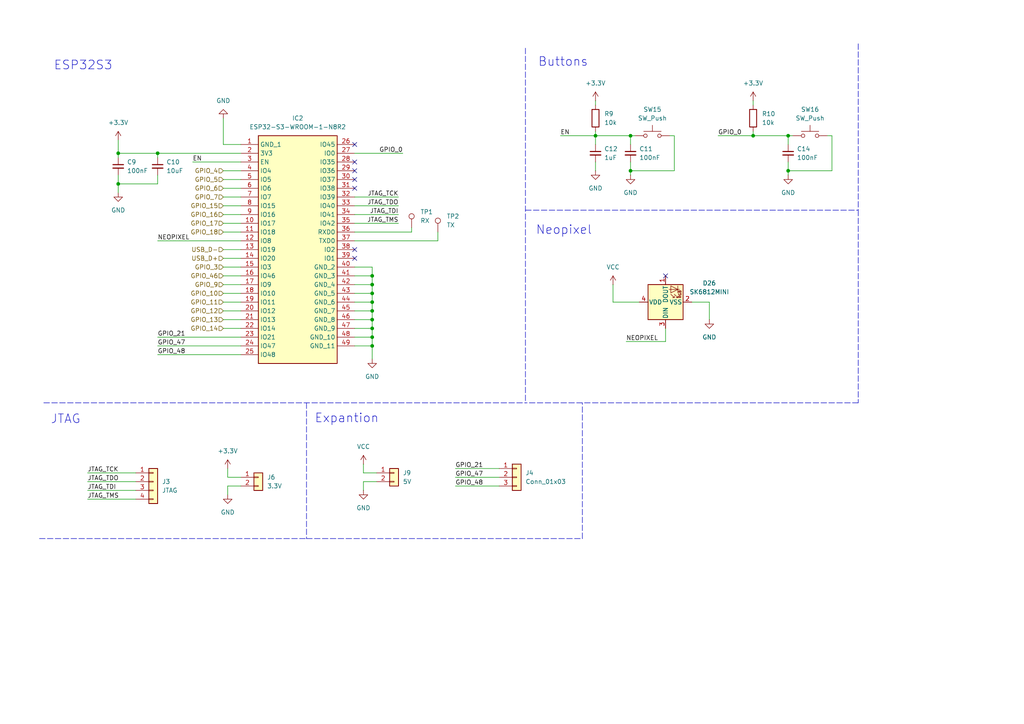
<source format=kicad_sch>
(kicad_sch (version 20231120) (generator "eeschema") (generator_version "8.0")
  (paper "A4")
  (lib_symbols
    (symbol "Connector:TestPoint" (pin_numbers hide) (pin_names (offset 0.762) hide)
      (property "Reference" "TP" (at 0 6.858 0))
      (property "Value" "TestPoint" (at 0 5.08 0))
      (symbol "TestPoint_0_1"
        (circle (center 0 3.302) (radius 0.762))
      )
      (symbol "TestPoint_1_1"
        (pin passive line (at 0 0 90) (length 2.54) (name "1") (number "1"))
      )
    )
    (symbol "Connector_Generic:Conn_01x02" (pin_names (offset 1.016) hide)
      (property "Reference" "J" (at 0 2.54 0))
      (property "Value" "Conn_01x02" (at 0 -5.08 0))
      (symbol "Conn_01x02_1_1"
        (rectangle (start -1.27 -2.413) (end 0 -2.667) (stroke (width 0.1524)))
        (rectangle (start -1.27 0.127) (end 0 -0.127) (stroke (width 0.1524)))
        (rectangle (start -1.27 1.27) (end 1.27 -3.81) (stroke (width 0.254)) (fill (type background)))
        (pin passive line (at -5.08 0 0) (length 3.81) (name "Pin_1") (number "1"))
        (pin passive line (at -5.08 -2.54 0) (length 3.81) (name "Pin_2") (number "2"))
      )
    )
    (symbol "Connector_Generic:Conn_01x03" (pin_names (offset 1.016) hide)
      (property "Reference" "J" (at 0 5.08 0))
      (property "Value" "Conn_01x03" (at 0 -5.08 0))
      (symbol "Conn_01x03_1_1"
        (rectangle (start -1.27 -2.413) (end 0 -2.667) (stroke (width 0.1524)))
        (rectangle (start -1.27 0.127) (end 0 -0.127) (stroke (width 0.1524)))
        (rectangle (start -1.27 2.667) (end 0 2.413) (stroke (width 0.1524)))
        (rectangle (start -1.27 3.81) (end 1.27 -3.81) (stroke (width 0.254)) (fill (type background)))
        (pin passive line (at -5.08 2.54 0) (length 3.81) (name "Pin_1") (number "1"))
        (pin passive line (at -5.08 0 0) (length 3.81) (name "Pin_2") (number "2"))
        (pin passive line (at -5.08 -2.54 0) (length 3.81) (name "Pin_3") (number "3"))
      )
    )
    (symbol "Connector_Generic:Conn_01x04" (pin_names (offset 1.016) hide)
      (property "Reference" "J" (at 0 5.08 0))
      (property "Value" "Conn_01x04" (at 0 -7.62 0))
      (symbol "Conn_01x04_1_1"
        (rectangle (start -1.27 -4.953) (end 0 -5.207) (stroke (width 0.1524)))
        (rectangle (start -1.27 -2.413) (end 0 -2.667) (stroke (width 0.1524)))
        (rectangle (start -1.27 0.127) (end 0 -0.127) (stroke (width 0.1524)))
        (rectangle (start -1.27 2.667) (end 0 2.413) (stroke (width 0.1524)))
        (rectangle (start -1.27 3.81) (end 1.27 -6.35) (stroke (width 0.254)) (fill (type background)))
        (pin passive line (at -5.08 2.54 0) (length 3.81) (name "Pin_1") (number "1"))
        (pin passive line (at -5.08 0 0) (length 3.81) (name "Pin_2") (number "2"))
        (pin passive line (at -5.08 -2.54 0) (length 3.81) (name "Pin_3") (number "3"))
        (pin passive line (at -5.08 -5.08 0) (length 3.81) (name "Pin_4") (number "4"))
      )
    )
    (symbol "Device:C_Small" (pin_numbers hide) (pin_names (offset 0.254) hide)
      (property "Reference" "C" (at 0.254 1.778 0))
      (property "Value" "C_Small" (at 0.254 -2.032 0))
      (symbol "C_Small_0_1"
        (polyline (pts (xy -1.524 -0.508) (xy 1.524 -0.508)) (stroke (width 0.3302)))
        (polyline (pts (xy -1.524 0.508) (xy 1.524 0.508)) (stroke (width 0.3048)))
      )
      (symbol "C_Small_1_1"
        (pin passive line (at 0 2.54 270) (length 2.032) (name "~") (number "1"))
        (pin passive line (at 0 -2.54 90) (length 2.032) (name "~") (number "2"))
      )
    )
    (symbol "Device:R" (pin_numbers hide) (pin_names (offset 0))
      (property "Reference" "R" (at 2.032 0 90))
      (property "Value" "R" (at 0 0 90))
      (symbol "R_0_1"
        (rectangle (start -1.016 -2.54) (end 1.016 2.54) (stroke (width 0.254)))
      )
      (symbol "R_1_1"
        (pin passive line (at 0 3.81 270) (length 1.27) (name "~") (number "1"))
        (pin passive line (at 0 -3.81 90) (length 1.27) (name "~") (number "2"))
      )
    )
    (symbol "ESP32-S3-WROOM-1-N8R2:ESP32-S3-WROOM-1-N8R2"
      (property "Reference" "IC" (at 29.21 7.62 0))
      (property "Value" "ESP32-S3-WROOM-1-N8R2" (at 29.21 5.08 0))
      (symbol "ESP32-S3-WROOM-1-N8R2_1_1"
        (rectangle (start 5.08 2.54) (end 27.94 -63.5) (stroke (width 0.254)) (fill (type background)))
        (pin passive line (at 0 0 0) (length 5.08) (name "GND_1") (number "1"))
        (pin passive line (at 0 -22.86 0) (length 5.08) (name "IO17") (number "10"))
        (pin passive line (at 0 -25.4 0) (length 5.08) (name "IO18") (number "11"))
        (pin passive line (at 0 -27.94 0) (length 5.08) (name "IO8") (number "12"))
        (pin passive line (at 0 -30.48 0) (length 5.08) (name "IO19") (number "13"))
        (pin passive line (at 0 -33.02 0) (length 5.08) (name "IO20") (number "14"))
        (pin passive line (at 0 -35.56 0) (length 5.08) (name "IO3") (number "15"))
        (pin passive line (at 0 -38.1 0) (length 5.08) (name "IO46") (number "16"))
        (pin passive line (at 0 -40.64 0) (length 5.08) (name "IO9") (number "17"))
        (pin passive line (at 0 -43.18 0) (length 5.08) (name "IO10") (number "18"))
        (pin passive line (at 0 -45.72 0) (length 5.08) (name "IO11") (number "19"))
        (pin passive line (at 0 -2.54 0) (length 5.08) (name "3V3") (number "2"))
        (pin passive line (at 0 -48.26 0) (length 5.08) (name "IO12") (number "20"))
        (pin passive line (at 0 -50.8 0) (length 5.08) (name "IO13") (number "21"))
        (pin passive line (at 0 -53.34 0) (length 5.08) (name "IO14") (number "22"))
        (pin passive line (at 0 -55.88 0) (length 5.08) (name "IO21") (number "23"))
        (pin passive line (at 0 -58.42 0) (length 5.08) (name "IO47") (number "24"))
        (pin passive line (at 0 -60.96 0) (length 5.08) (name "IO48") (number "25"))
        (pin passive line (at 33.02 0 180) (length 5.08) (name "IO45") (number "26"))
        (pin passive line (at 33.02 -2.54 180) (length 5.08) (name "IO0") (number "27"))
        (pin passive line (at 33.02 -5.08 180) (length 5.08) (name "IO35") (number "28"))
        (pin passive line (at 33.02 -7.62 180) (length 5.08) (name "IO36") (number "29"))
        (pin passive line (at 0 -5.08 0) (length 5.08) (name "EN") (number "3"))
        (pin passive line (at 33.02 -10.16 180) (length 5.08) (name "IO37") (number "30"))
        (pin passive line (at 33.02 -12.7 180) (length 5.08) (name "IO38") (number "31"))
        (pin passive line (at 33.02 -15.24 180) (length 5.08) (name "IO39") (number "32"))
        (pin passive line (at 33.02 -17.78 180) (length 5.08) (name "IO40") (number "33"))
        (pin passive line (at 33.02 -20.32 180) (length 5.08) (name "IO41") (number "34"))
        (pin passive line (at 33.02 -22.86 180) (length 5.08) (name "IO42") (number "35"))
        (pin passive line (at 33.02 -25.4 180) (length 5.08) (name "RXD0") (number "36"))
        (pin passive line (at 33.02 -27.94 180) (length 5.08) (name "TXD0") (number "37"))
        (pin passive line (at 33.02 -30.48 180) (length 5.08) (name "IO2") (number "38"))
        (pin passive line (at 33.02 -33.02 180) (length 5.08) (name "IO1") (number "39"))
        (pin passive line (at 0 -7.62 0) (length 5.08) (name "IO4") (number "4"))
        (pin passive line (at 33.02 -35.56 180) (length 5.08) (name "GND_2") (number "40"))
        (pin passive line (at 33.02 -38.1 180) (length 5.08) (name "GND_3") (number "41"))
        (pin passive line (at 33.02 -40.64 180) (length 5.08) (name "GND_4") (number "42"))
        (pin passive line (at 33.02 -43.18 180) (length 5.08) (name "GND_5") (number "43"))
        (pin passive line (at 33.02 -45.72 180) (length 5.08) (name "GND_6") (number "44"))
        (pin passive line (at 33.02 -48.26 180) (length 5.08) (name "GND_7") (number "45"))
        (pin passive line (at 33.02 -50.8 180) (length 5.08) (name "GND_8") (number "46"))
        (pin passive line (at 33.02 -53.34 180) (length 5.08) (name "GND_9") (number "47"))
        (pin passive line (at 33.02 -55.88 180) (length 5.08) (name "GND_10") (number "48"))
        (pin passive line (at 33.02 -58.42 180) (length 5.08) (name "GND_11") (number "49"))
        (pin passive line (at 0 -10.16 0) (length 5.08) (name "IO5") (number "5"))
        (pin passive line (at 0 -12.7 0) (length 5.08) (name "IO6") (number "6"))
        (pin passive line (at 0 -15.24 0) (length 5.08) (name "IO7") (number "7"))
        (pin passive line (at 0 -17.78 0) (length 5.08) (name "IO15") (number "8"))
        (pin passive line (at 0 -20.32 0) (length 5.08) (name "IO16") (number "9"))
      )
    )
    (symbol "LED:SK6812MINI" (pin_names (offset 0.254))
      (property "Reference" "D" (at 5.08 5.715 0))
      (property "Value" "SK6812MINI" (at 1.27 -5.715 0))
      (symbol "SK6812MINI_0_0"
        (text "RGB" (at 2.286 -4.191 0) (effects (font (size 0.762 0.762))))
      )
      (symbol "SK6812MINI_0_1"
        (polyline (pts (xy 1.27 -3.556) (xy 1.778 -3.556)))
        (polyline (pts (xy 1.27 -2.54) (xy 1.778 -2.54)))
        (polyline (pts (xy 4.699 -3.556) (xy 2.667 -3.556)))
        (polyline (pts (xy 2.286 -2.54) (xy 1.27 -3.556) (xy 1.27 -3.048)))
        (polyline (pts (xy 2.286 -1.524) (xy 1.27 -2.54) (xy 1.27 -2.032)))
        (polyline (pts (xy 3.683 -1.016) (xy 3.683 -3.556) (xy 3.683 -4.064)))
        (polyline (pts (xy 4.699 -1.524) (xy 2.667 -1.524) (xy 3.683 -3.556) (xy 4.699 -1.524)))
        (rectangle (start 5.08 5.08) (end -5.08 -5.08) (stroke (width 0.254)) (fill (type background)))
      )
      (symbol "SK6812MINI_1_1"
        (pin output line (at 7.62 0 180) (length 2.54) (name "DOUT") (number "1"))
        (pin power_in line (at 0 -7.62 90) (length 2.54) (name "VSS") (number "2"))
        (pin input line (at -7.62 0 0) (length 2.54) (name "DIN") (number "3"))
        (pin power_in line (at 0 7.62 270) (length 2.54) (name "VDD") (number "4"))
      )
    )
    (symbol "Switch:SW_Push" (pin_numbers hide) (pin_names (offset 1.016) hide)
      (property "Reference" "SW" (at 1.27 2.54 0))
      (property "Value" "SW_Push" (at 0 -1.524 0))
      (symbol "SW_Push_0_1"
        (circle (center -2.032 0) (radius 0.508))
        (polyline (pts (xy 0 1.27) (xy 0 3.048)))
        (polyline (pts (xy 2.54 1.27) (xy -2.54 1.27)))
        (circle (center 2.032 0) (radius 0.508))
        (pin passive line (at -5.08 0 0) (length 2.54) (name "1") (number "1"))
        (pin passive line (at 5.08 0 180) (length 2.54) (name "2") (number "2"))
      )
    )
    (symbol "power:+3.3V" (power) (pin_numbers hide) (pin_names (offset 0) hide)
      (property "Value" "+3.3V" (at 0 3.556 0))
      (symbol "+3.3V_0_1"
        (polyline (pts (xy -0.762 1.27) (xy 0 2.54)))
        (polyline (pts (xy 0 0) (xy 0 2.54)))
        (polyline (pts (xy 0 2.54) (xy 0.762 1.27)))
      )
      (symbol "+3.3V_1_1"
        (pin power_in line (at 0 0 90) (length 0) (name "~") (number "1"))
      )
    )
    (symbol "power:GND" (power) (pin_numbers hide) (pin_names (offset 0) hide)
      (property "Value" "GND" (at 0 -3.81 0))
      (symbol "GND_0_1"
        (polyline (pts (xy 0 0) (xy 0 -1.27) (xy 1.27 -1.27) (xy 0 -2.54) (xy -1.27 -1.27) (xy 0 -1.27)))
      )
      (symbol "GND_1_1"
        (pin power_in line (at 0 0 270) (length 0) (name "~") (number "1"))
      )
    )
    (symbol "power:VCC" (power) (pin_numbers hide) (pin_names (offset 0) hide)
      (property "Value" "VCC" (at 0 3.556 0))
      (symbol "VCC_0_1"
        (polyline (pts (xy -0.762 1.27) (xy 0 2.54)))
        (polyline (pts (xy 0 0) (xy 0 2.54)))
        (polyline (pts (xy 0 2.54) (xy 0.762 1.27)))
      )
      (symbol "VCC_1_1"
        (pin power_in line (at 0 0 90) (length 0) (name "~") (number "1"))
      )
    )
  )
  (junction (at 182.88 49.53))
  (junction (at 182.88 39.37))
  (junction (at 34.29 44.45))
  (junction (at 107.95 90.17))
  (junction (at 107.95 87.63))
  (junction (at 107.95 80.01))
  (junction (at 107.95 85.09))
  (junction (at 45.72 44.45))
  (junction (at 107.95 82.55))
  (junction (at 228.6 39.37))
  (junction (at 107.95 97.79))
  (junction (at 107.95 92.71))
  (junction (at 218.44 39.37))
  (junction (at 34.29 53.34))
  (junction (at 172.72 39.37))
  (junction (at 107.95 100.33))
  (junction (at 228.6 49.53))
  (junction (at 107.95 95.25))
  (no_connect (at 102.87 49.53))
  (no_connect (at 102.87 46.99))
  (no_connect (at 193.04 80.01))
  (no_connect (at 102.87 41.91))
  (no_connect (at 102.87 52.07))
  (no_connect (at 102.87 54.61))
  (no_connect (at 102.87 74.93))
  (no_connect (at 102.87 72.39))
  (wire (pts (xy 107.95 90.17) (xy 107.95 92.71)))
  (wire (pts (xy 228.6 49.53) (xy 228.6 50.8)))
  (wire (pts (xy 107.95 82.55) (xy 107.95 85.09)))
  (wire (pts (xy 102.87 97.79) (xy 107.95 97.79)))
  (wire (pts (xy 107.95 92.71) (xy 107.95 95.25)))
  (wire (pts (xy 45.72 50.8) (xy 45.72 53.34)))
  (wire (pts (xy 34.29 44.45) (xy 45.72 44.45)))
  (wire (pts (xy 64.77 49.53) (xy 69.85 49.53)))
  (wire (pts (xy 25.4 137.16) (xy 39.37 137.16)))
  (wire (pts (xy 172.72 39.37) (xy 182.88 39.37)))
  (polyline (pts (xy 152.4 13.97) (xy 152.4 116.84)) (stroke (width 0) (type dash)))
  (wire (pts (xy 107.95 95.25) (xy 107.95 97.79)))
  (wire (pts (xy 172.72 38.1) (xy 172.72 39.37)))
  (wire (pts (xy 102.87 82.55) (xy 107.95 82.55)))
  (polyline (pts (xy 88.9 156.21) (xy 168.91 156.21)) (stroke (width 0) (type dash)))
  (wire (pts (xy 182.88 46.99) (xy 182.88 49.53)))
  (wire (pts (xy 105.41 137.16) (xy 109.22 137.16)))
  (wire (pts (xy 107.95 77.47) (xy 107.95 80.01)))
  (polyline (pts (xy 12.7 116.84) (xy 152.4 116.84)) (stroke (width 0) (type dash)))
  (wire (pts (xy 102.87 80.01) (xy 107.95 80.01)))
  (wire (pts (xy 34.29 40.64) (xy 34.29 44.45)))
  (polyline (pts (xy 152.4 60.96) (xy 248.92 60.96)) (stroke (width 0) (type dash)))
  (wire (pts (xy 45.72 53.34) (xy 34.29 53.34)))
  (wire (pts (xy 208.28 39.37) (xy 218.44 39.37)))
  (wire (pts (xy 177.8 87.63) (xy 185.42 87.63)))
  (wire (pts (xy 102.87 95.25) (xy 107.95 95.25)))
  (wire (pts (xy 45.72 69.85) (xy 69.85 69.85)))
  (wire (pts (xy 102.87 59.69) (xy 115.57 59.69)))
  (wire (pts (xy 66.04 138.43) (xy 69.85 138.43)))
  (wire (pts (xy 64.77 92.71) (xy 69.85 92.71)))
  (wire (pts (xy 195.58 39.37) (xy 195.58 49.53)))
  (wire (pts (xy 182.88 49.53) (xy 182.88 50.8)))
  (wire (pts (xy 105.41 139.7) (xy 105.41 142.24)))
  (wire (pts (xy 228.6 39.37) (xy 228.6 41.91)))
  (wire (pts (xy 218.44 39.37) (xy 228.6 39.37)))
  (wire (pts (xy 25.4 144.78) (xy 39.37 144.78)))
  (wire (pts (xy 102.87 85.09) (xy 107.95 85.09)))
  (wire (pts (xy 55.88 46.99) (xy 69.85 46.99)))
  (wire (pts (xy 107.95 97.79) (xy 107.95 100.33)))
  (wire (pts (xy 66.04 140.97) (xy 66.04 143.51)))
  (polyline (pts (xy 248.92 60.96) (xy 248.92 116.84)) (stroke (width 0) (type dash)))
  (wire (pts (xy 45.72 44.45) (xy 69.85 44.45)))
  (wire (pts (xy 34.29 50.8) (xy 34.29 53.34)))
  (wire (pts (xy 218.44 38.1) (xy 218.44 39.37)))
  (wire (pts (xy 177.8 82.55) (xy 177.8 87.63)))
  (wire (pts (xy 45.72 45.72) (xy 45.72 44.45)))
  (wire (pts (xy 64.77 57.15) (xy 69.85 57.15)))
  (wire (pts (xy 107.95 80.01) (xy 107.95 82.55)))
  (wire (pts (xy 218.44 29.21) (xy 218.44 30.48)))
  (wire (pts (xy 105.41 134.62) (xy 105.41 137.16)))
  (wire (pts (xy 45.72 97.79) (xy 69.85 97.79)))
  (wire (pts (xy 34.29 45.72) (xy 34.29 44.45)))
  (wire (pts (xy 107.95 87.63) (xy 107.95 90.17)))
  (polyline (pts (xy 11.43 156.21) (xy 88.9 156.21)) (stroke (width 0) (type dash)))
  (polyline (pts (xy 168.91 156.21) (xy 168.91 116.84)) (stroke (width 0) (type dash)))
  (wire (pts (xy 64.77 82.55) (xy 69.85 82.55)))
  (wire (pts (xy 64.77 64.77) (xy 69.85 64.77)))
  (wire (pts (xy 102.87 87.63) (xy 107.95 87.63)))
  (wire (pts (xy 102.87 62.23) (xy 115.57 62.23)))
  (wire (pts (xy 172.72 29.21) (xy 172.72 30.48)))
  (wire (pts (xy 193.04 99.06) (xy 193.04 95.25)))
  (wire (pts (xy 69.85 140.97) (xy 66.04 140.97)))
  (wire (pts (xy 241.3 39.37) (xy 241.3 49.53)))
  (wire (pts (xy 195.58 39.37) (xy 194.31 39.37)))
  (wire (pts (xy 102.87 44.45) (xy 116.84 44.45)))
  (polyline (pts (xy 88.9 116.84) (xy 88.9 156.21)) (stroke (width 0) (type dash)))
  (wire (pts (xy 107.95 85.09) (xy 107.95 87.63)))
  (wire (pts (xy 45.72 102.87) (xy 69.85 102.87)))
  (wire (pts (xy 119.38 66.04) (xy 119.38 67.31)))
  (wire (pts (xy 64.77 67.31) (xy 69.85 67.31)))
  (wire (pts (xy 127 69.85) (xy 102.87 69.85)))
  (wire (pts (xy 64.77 52.07) (xy 69.85 52.07)))
  (wire (pts (xy 66.04 135.89) (xy 66.04 138.43)))
  (wire (pts (xy 102.87 92.71) (xy 107.95 92.71)))
  (wire (pts (xy 229.87 39.37) (xy 228.6 39.37)))
  (wire (pts (xy 64.77 34.29) (xy 64.77 41.91)))
  (wire (pts (xy 64.77 62.23) (xy 69.85 62.23)))
  (wire (pts (xy 64.77 77.47) (xy 69.85 77.47)))
  (wire (pts (xy 228.6 46.99) (xy 228.6 49.53)))
  (wire (pts (xy 102.87 77.47) (xy 107.95 77.47)))
  (wire (pts (xy 64.77 85.09) (xy 69.85 85.09)))
  (wire (pts (xy 102.87 100.33) (xy 107.95 100.33)))
  (wire (pts (xy 241.3 39.37) (xy 240.03 39.37)))
  (wire (pts (xy 181.61 99.06) (xy 193.04 99.06)))
  (wire (pts (xy 132.08 135.89) (xy 144.78 135.89)))
  (wire (pts (xy 25.4 139.7) (xy 39.37 139.7)))
  (wire (pts (xy 34.29 53.34) (xy 34.29 55.88)))
  (wire (pts (xy 119.38 67.31) (xy 102.87 67.31)))
  (wire (pts (xy 64.77 54.61) (xy 69.85 54.61)))
  (wire (pts (xy 64.77 87.63) (xy 69.85 87.63)))
  (wire (pts (xy 102.87 64.77) (xy 115.57 64.77)))
  (wire (pts (xy 127 67.31) (xy 127 69.85)))
  (polyline (pts (xy 248.92 12.7) (xy 248.92 60.96)) (stroke (width 0) (type dash)))
  (wire (pts (xy 132.08 140.97) (xy 144.78 140.97)))
  (wire (pts (xy 64.77 90.17) (xy 69.85 90.17)))
  (wire (pts (xy 64.77 80.01) (xy 69.85 80.01)))
  (wire (pts (xy 25.4 142.24) (xy 39.37 142.24)))
  (wire (pts (xy 45.72 100.33) (xy 69.85 100.33)))
  (wire (pts (xy 184.15 39.37) (xy 182.88 39.37)))
  (wire (pts (xy 64.77 72.39) (xy 69.85 72.39)))
  (wire (pts (xy 205.74 92.71) (xy 205.74 87.63)))
  (wire (pts (xy 107.95 100.33) (xy 107.95 104.14)))
  (wire (pts (xy 205.74 87.63) (xy 200.66 87.63)))
  (wire (pts (xy 228.6 49.53) (xy 241.3 49.53)))
  (wire (pts (xy 102.87 57.15) (xy 115.57 57.15)))
  (wire (pts (xy 132.08 138.43) (xy 144.78 138.43)))
  (wire (pts (xy 64.77 95.25) (xy 69.85 95.25)))
  (polyline (pts (xy 248.92 116.84) (xy 152.4 116.84)) (stroke (width 0) (type dash)))
  (wire (pts (xy 109.22 139.7) (xy 105.41 139.7)))
  (wire (pts (xy 182.88 39.37) (xy 182.88 41.91)))
  (wire (pts (xy 69.85 41.91) (xy 64.77 41.91)))
  (wire (pts (xy 172.72 46.99) (xy 172.72 49.53)))
  (wire (pts (xy 182.88 49.53) (xy 195.58 49.53)))
  (wire (pts (xy 64.77 74.93) (xy 69.85 74.93)))
  (wire (pts (xy 172.72 39.37) (xy 172.72 41.91)))
  (wire (pts (xy 102.87 90.17) (xy 107.95 90.17)))
  (wire (pts (xy 162.56 39.37) (xy 172.72 39.37)))
  (wire (pts (xy 64.77 59.69) (xy 69.85 59.69)))
  (text "JTAG" (at 19.05 121.666 0) (effects (font (size 2.54 2.54))))
  (text "Neopixel" (at 163.576 66.802 0) (effects (font (size 2.54 2.54))))
  (text "ESP32S3\n" (at 24.13 19.05 0) (effects (font (size 2.54 2.54))))
  (text "Buttons" (at 163.322 18.034 0) (effects (font (size 2.54 2.54))))
  (text "Expantion\n" (at 100.584 121.412 0) (effects (font (size 2.54 2.54))))
  (label "GPIO_47" (at 132.08 138.43 0))
  (label "GPIO_21" (at 45.72 97.79 0))
  (label "GPIO_21" (at 132.08 135.89 0))
  (label "JTAG_TCK" (at 25.4 137.16 0))
  (label "GPIO_0" (at 116.84 44.45 180))
  (label "NEOPIXEL" (at 45.72 69.85 0))
  (label "JTAG_TMS" (at 25.4 144.78 0))
  (label "JTAG_TCK" (at 115.57 57.15 180))
  (label "JTAG_TDI" (at 25.4 142.24 0))
  (label "EN" (at 55.88 46.99 0))
  (label "GPIO_0" (at 208.28 39.37 0))
  (label "JTAG_TDO" (at 115.57 59.69 180))
  (label "JTAG_TDO" (at 25.4 139.7 0))
  (label "EN" (at 162.56 39.37 0))
  (label "GPIO_48" (at 132.08 140.97 0))
  (label "JTAG_TDI" (at 115.57 62.23 180))
  (label "NEOPIXEL" (at 181.61 99.06 0))
  (label "GPIO_48" (at 45.72 102.87 0))
  (label "JTAG_TMS" (at 115.57 64.77 180))
  (label "GPIO_47" (at 45.72 100.33 0))
  (hierarchical_label "GPIO_13" (shape input) (at 64.77 92.71 180))
  (hierarchical_label "GPIO_4" (shape input) (at 64.77 49.53 180))
  (hierarchical_label "GPIO_11" (shape input) (at 64.77 87.63 180))
  (hierarchical_label "GPIO_18" (shape input) (at 64.77 67.31 180))
  (hierarchical_label "USB_D+" (shape input) (at 64.77 74.93 180))
  (hierarchical_label "GPIO_17" (shape input) (at 64.77 64.77 180))
  (hierarchical_label "GPIO_7" (shape input) (at 64.77 57.15 180))
  (hierarchical_label "GPIO_15" (shape input) (at 64.77 59.69 180))
  (hierarchical_label "GPIO_5" (shape input) (at 64.77 52.07 180))
  (hierarchical_label "GPIO_12" (shape input) (at 64.77 90.17 180))
  (hierarchical_label "GPIO_6" (shape input) (at 64.77 54.61 180))
  (hierarchical_label "USB_D-" (shape input) (at 64.77 72.39 180))
  (hierarchical_label "GPIO_14" (shape input) (at 64.77 95.25 180))
  (hierarchical_label "GPIO_3" (shape input) (at 64.77 77.47 180))
  (hierarchical_label "GPIO_46" (shape input) (at 64.77 80.01 180))
  (hierarchical_label "GPIO_9" (shape input) (at 64.77 82.55 180))
  (hierarchical_label "GPIO_16" (shape input) (at 64.77 62.23 180))
  (hierarchical_label "GPIO_10" (shape input) (at 64.77 85.09 180))
  (symbol (lib_id "Switch:SW_Push") (at 234.95 39.37 0) (unit 1)
    (property "Reference" "SW16" (at 234.95 31.75 0))
    (property "Value" "SW_Push" (at 234.95 34.29 0))
    (property "Footprint" "Button_Switch_SMD:SW_Push_SPST_NO_Alps_SKRK" (effects (hide yes)))
    (property "Description" "Push button switch, generic, two pins" (effects (hide yes)))
  )
  (symbol (lib_id "Connector:TestPoint") (at 119.38 66.04 0) (unit 1)
    (property "Reference" "TP1" (at 121.92 61.4679 0) (effects (justify left)))
    (property "Value" "RX" (at 121.92 64.0079 0) (effects (justify left)))
    (property "Footprint" "TestPoint:TestPoint_Pad_D1.5mm" (effects (hide yes)))
    (property "Description" "test point" (effects (hide yes)))
  )
  (symbol (lib_id "Connector:TestPoint") (at 127 67.31 0) (unit 1)
    (property "Reference" "TP2" (at 129.54 62.7379 0) (effects (justify left)))
    (property "Value" "TX" (at 129.54 65.2779 0) (effects (justify left)))
    (property "Footprint" "TestPoint:TestPoint_Pad_D1.5mm" (effects (hide yes)))
    (property "Description" "test point" (effects (hide yes)))
  )
  (symbol (lib_id "power:VCC") (at 177.8 82.55 0) (unit 1)
    (property "Reference" "#PWR050" (effects (hide yes)))
    (property "Value" "VCC" (at 177.8 77.47 0))
    (property "Description" "Power symbol creates a global label with name \"VCC\"" (effects (hide yes)))
  )
  (symbol (lib_id "power:+3.3V") (at 172.72 29.21 0) (unit 1)
    (property "Reference" "#PWR046" (effects (hide yes)))
    (property "Value" "+3.3V" (at 172.72 24.13 0))
    (property "Description" "Power symbol creates a global label with name \"+3.3V\"" (effects (hide yes)))
  )
  (symbol (lib_id "power:GND") (at 228.6 50.8 0) (unit 1)
    (property "Reference" "#PWR049" (effects (hide yes)))
    (property "Value" "GND" (at 228.6 55.88 0))
    (property "Description" "Power symbol creates a global label with name \"GND\" , ground" (effects (hide yes)))
  )
  (symbol (lib_id "Device:R") (at 218.44 34.29 0) (unit 1)
    (property "Reference" "R10" (at 220.98 33.0199 0) (effects (justify left)))
    (property "Value" "10k" (at 220.98 35.5599 0) (effects (justify left)))
    (property "Footprint" "Resistor_SMD:R_0805_2012Metric_Pad1.20x1.40mm_HandSolder" (effects (hide yes)))
    (property "Description" "Resistor" (effects (hide yes)))
  )
  (symbol (lib_id "Device:R") (at 172.72 34.29 0) (unit 1)
    (property "Reference" "R9" (at 175.26 33.0199 0) (effects (justify left)))
    (property "Value" "10k" (at 175.26 35.5599 0) (effects (justify left)))
    (property "Footprint" "Resistor_SMD:R_0805_2012Metric_Pad1.20x1.40mm_HandSolder" (effects (hide yes)))
    (property "Description" "Resistor" (effects (hide yes)))
  )
  (symbol (lib_id "power:+3.3V") (at 218.44 29.21 0) (unit 1)
    (property "Reference" "#PWR047" (effects (hide yes)))
    (property "Value" "+3.3V" (at 218.44 24.13 0))
    (property "Description" "Power symbol creates a global label with name \"+3.3V\"" (effects (hide yes)))
  )
  (symbol (lib_id "Device:C_Small") (at 228.6 44.45 0) (unit 1)
    (property "Reference" "C14" (at 231.14 43.1862 0) (effects (justify left)))
    (property "Value" "100nF" (at 231.14 45.7262 0) (effects (justify left)))
    (property "Footprint" "Capacitor_SMD:C_0805_2012Metric_Pad1.18x1.45mm_HandSolder" (effects (hide yes)))
    (property "Description" "Unpolarized capacitor, small symbol" (effects (hide yes)))
  )
  (symbol (lib_id "Device:C_Small") (at 182.88 44.45 0) (unit 1)
    (property "Reference" "C11" (at 185.42 43.1862 0) (effects (justify left)))
    (property "Value" "100nF" (at 185.42 45.7262 0) (effects (justify left)))
    (property "Footprint" "Capacitor_SMD:C_0805_2012Metric_Pad1.18x1.45mm_HandSolder" (effects (hide yes)))
    (property "Description" "Unpolarized capacitor, small symbol" (effects (hide yes)))
  )
  (symbol (lib_id "power:VCC") (at 105.41 134.62 0) (unit 1)
    (property "Reference" "#PWR02" (effects (hide yes)))
    (property "Value" "VCC" (at 105.41 129.54 0))
    (property "Description" "Power symbol creates a global label with name \"VCC\"" (effects (hide yes)))
  )
  (symbol (lib_id "power:GND") (at 34.29 55.88 0) (unit 1)
    (property "Reference" "#PWR042" (effects (hide yes)))
    (property "Value" "GND" (at 34.29 60.96 0))
    (property "Description" "Power symbol creates a global label with name \"GND\" , ground" (effects (hide yes)))
  )
  (symbol (lib_id "Device:C_Small") (at 45.72 48.26 0) (unit 1)
    (property "Reference" "C10" (at 48.26 46.9962 0) (effects (justify left)))
    (property "Value" "10uF" (at 48.26 49.5362 0) (effects (justify left)))
    (property "Footprint" "Capacitor_SMD:C_0805_2012Metric_Pad1.18x1.45mm_HandSolder" (effects (hide yes)))
    (property "Description" "Unpolarized capacitor, small symbol" (effects (hide yes)))
  )
  (symbol (lib_id "power:GND") (at 64.77 34.29 180) (unit 1)
    (property "Reference" "#PWR043" (effects (hide yes)))
    (property "Value" "GND" (at 64.77 29.21 0))
    (property "Description" "Power symbol creates a global label with name \"GND\" , ground" (effects (hide yes)))
  )
  (symbol (lib_id "power:GND") (at 205.74 92.71 0) (unit 1)
    (property "Reference" "#PWR048" (effects (hide yes)))
    (property "Value" "GND" (at 205.74 97.79 0))
    (property "Description" "Power symbol creates a global label with name \"GND\" , ground" (effects (hide yes)))
  )
  (symbol (lib_id "power:GND") (at 66.04 143.51 0) (unit 1)
    (property "Reference" "#PWR051" (effects (hide yes)))
    (property "Value" "GND" (at 66.04 148.59 0))
    (property "Description" "Power symbol creates a global label with name \"GND\" , ground" (effects (hide yes)))
  )
  (symbol (lib_id "Switch:SW_Push") (at 189.23 39.37 0) (unit 1)
    (property "Reference" "SW15" (at 189.23 31.75 0))
    (property "Value" "SW_Push" (at 189.23 34.29 0))
    (property "Footprint" "Button_Switch_SMD:SW_Push_SPST_NO_Alps_SKRK" (effects (hide yes)))
    (property "Description" "Push button switch, generic, two pins" (effects (hide yes)))
  )
  (symbol (lib_id "power:GND") (at 107.95 104.14 0) (unit 1)
    (property "Reference" "#PWR041" (effects (hide yes)))
    (property "Value" "GND" (at 107.95 109.22 0))
    (property "Description" "Power symbol creates a global label with name \"GND\" , ground" (effects (hide yes)))
  )
  (symbol (lib_id "power:GND") (at 172.72 49.53 0) (unit 1)
    (property "Reference" "#PWR045" (effects (hide yes)))
    (property "Value" "GND" (at 172.72 54.61 0))
    (property "Description" "Power symbol creates a global label with name \"GND\" , ground" (effects (hide yes)))
  )
  (symbol (lib_id "Connector_Generic:Conn_01x02") (at 74.93 138.43 0) (unit 1)
    (property "Reference" "J6" (at 77.47 138.4299 0) (effects (justify left)))
    (property "Value" "3.3V" (at 77.47 140.9699 0) (effects (justify left)))
    (property "Footprint" "Connector_PinHeader_2.54mm:PinHeader_1x02_P2.54mm_Vertical" (effects (hide yes)))
    (property "Description" "Generic connector, single row, 01x02, script generated (kicad-library-utils/schlib/autogen/connector/)" (effects (hide yes)))
  )
  (symbol (lib_id "ESP32-S3-WROOM-1-N8R2:ESP32-S3-WROOM-1-N8R2") (at 69.85 41.91 0) (unit 1)
    (property "Reference" "IC2" (at 86.36 34.29 0))
    (property "Value" "ESP32-S3-WROOM-1-N8R2" (at 86.36 36.83 0))
    (property "Footprint" "0_downloads:ESP32S3WROOM1N8R2" (effects (hide yes)))
    (property "Datasheet" "https://www.mouser.com/catalog/specsheets/Espressif_ESP32_S3_WROOM_1_1U_Preliminary.pdf" (effects (hide yes)))
    (property "Description" "WiFi Modules - 802.11 (Engineering Samples Only) SMD Module, ESP32-S3R2, 2 MB PSRAM, 8 MB SPI Flash, PCB Antenna ,," (effects (hide yes)))
    (property "Height" "3.25" (effects (hide yes)))
    (property "Manufacturer_Name" "Espressif Systems" (effects (hide yes)))
    (property "Manufacturer_Part_Number" "ESP32-S3-WROOM-1-N8R2" (effects (hide yes)))
    (property "Mouser Part Number" "356-ESP32-S3WRM1N8R2" (effects (hide yes)))
    (property "Mouser Price/Stock" "https://www.mouser.co.uk/ProductDetail/Espressif-Systems/ESP32-S3-WROOM-1-N8R2?qs=Wj%2FVkw3K%252BMCC1Ha9x85iJA%3D%3D" (effects (hide yes)))
  )
  (symbol (lib_id "Device:C_Small") (at 172.72 44.45 0) (unit 1)
    (property "Reference" "C12" (at 175.26 43.1862 0) (effects (justify left)))
    (property "Value" "1uF" (at 175.26 45.7262 0) (effects (justify left)))
    (property "Footprint" "Capacitor_SMD:C_0805_2012Metric_Pad1.18x1.45mm_HandSolder" (effects (hide yes)))
    (property "Description" "Unpolarized capacitor, small symbol" (effects (hide yes)))
  )
  (symbol (lib_id "Connector_Generic:Conn_01x04") (at 44.45 139.7 0) (unit 1)
    (property "Reference" "J3" (at 46.99 139.6999 0) (effects (justify left)))
    (property "Value" "JTAG" (at 46.99 142.2399 0) (effects (justify left)))
    (property "Footprint" "Connector_PinHeader_1.00mm:PinHeader_1x04_P1.00mm_Vertical" (effects (hide yes)))
    (property "Description" "Generic connector, single row, 01x04, script generated (kicad-library-utils/schlib/autogen/connector/)" (effects (hide yes)))
  )
  (symbol (lib_id "Connector_Generic:Conn_01x03") (at 149.86 138.43 0) (unit 1)
    (property "Reference" "J4" (at 152.4 137.1599 0) (effects (justify left)))
    (property "Value" "Conn_01x03" (at 152.4 139.6999 0) (effects (justify left)))
    (property "Footprint" "Connector_PinHeader_2.54mm:PinHeader_1x03_P2.54mm_Vertical" (effects (hide yes)))
    (property "Description" "Generic connector, single row, 01x03, script generated (kicad-library-utils/schlib/autogen/connector/)" (effects (hide yes)))
  )
  (symbol (lib_id "Device:C_Small") (at 34.29 48.26 0) (unit 1)
    (property "Reference" "C9" (at 36.83 46.9962 0) (effects (justify left)))
    (property "Value" "100nF" (at 36.83 49.5362 0) (effects (justify left)))
    (property "Footprint" "Capacitor_SMD:C_0805_2012Metric_Pad1.18x1.45mm_HandSolder" (effects (hide yes)))
    (property "Description" "Unpolarized capacitor, small symbol" (effects (hide yes)))
  )
  (symbol (lib_id "power:GND") (at 182.88 50.8 0) (unit 1)
    (property "Reference" "#PWR044" (effects (hide yes)))
    (property "Value" "GND" (at 182.88 55.88 0))
    (property "Description" "Power symbol creates a global label with name \"GND\" , ground" (effects (hide yes)))
  )
  (symbol (lib_id "Connector_Generic:Conn_01x02") (at 114.3 137.16 0) (unit 1)
    (property "Reference" "J9" (at 116.84 137.1599 0) (effects (justify left)))
    (property "Value" "5V" (at 116.84 139.6999 0) (effects (justify left)))
    (property "Footprint" "Connector_PinHeader_2.54mm:PinHeader_1x02_P2.54mm_Vertical" (effects (hide yes)))
    (property "Description" "Generic connector, single row, 01x02, script generated (kicad-library-utils/schlib/autogen/connector/)" (effects (hide yes)))
  )
  (symbol (lib_id "LED:SK6812MINI") (at 193.04 87.63 90) (unit 1)
    (property "Reference" "D26" (at 205.74 82.1338 90))
    (property "Value" "SK6812MINI" (at 205.74 84.6738 90))
    (property "Footprint" "SK6812:SK6812-MINI-E" (effects (hide yes)))
    (property "Datasheet" "https://cdn-shop.adafruit.com/product-files/2686/SK6812MINI_REV.01-1-2.pdf" (effects (hide yes)))
    (property "Description" "RGB LED with integrated controller" (effects (hide yes)))
  )
  (symbol (lib_id "power:+3.3V") (at 66.04 135.89 0) (unit 1)
    (property "Reference" "#PWR052" (effects (hide yes)))
    (property "Value" "+3.3V" (at 66.04 130.81 0))
    (property "Description" "Power symbol creates a global label with name \"+3.3V\"" (effects (hide yes)))
  )
  (symbol (lib_id "power:+3.3V") (at 34.29 40.64 0) (unit 1)
    (property "Reference" "#PWR040" (effects (hide yes)))
    (property "Value" "+3.3V" (at 34.29 35.56 0))
    (property "Description" "Power symbol creates a global label with name \"+3.3V\"" (effects (hide yes)))
  )
  (symbol (lib_id "power:GND") (at 105.41 142.24 0) (unit 1)
    (property "Reference" "#PWR01" (effects (hide yes)))
    (property "Value" "GND" (at 105.41 147.32 0))
    (property "Description" "Power symbol creates a global label with name \"GND\" , ground" (effects (hide yes)))
  )
)
</source>
